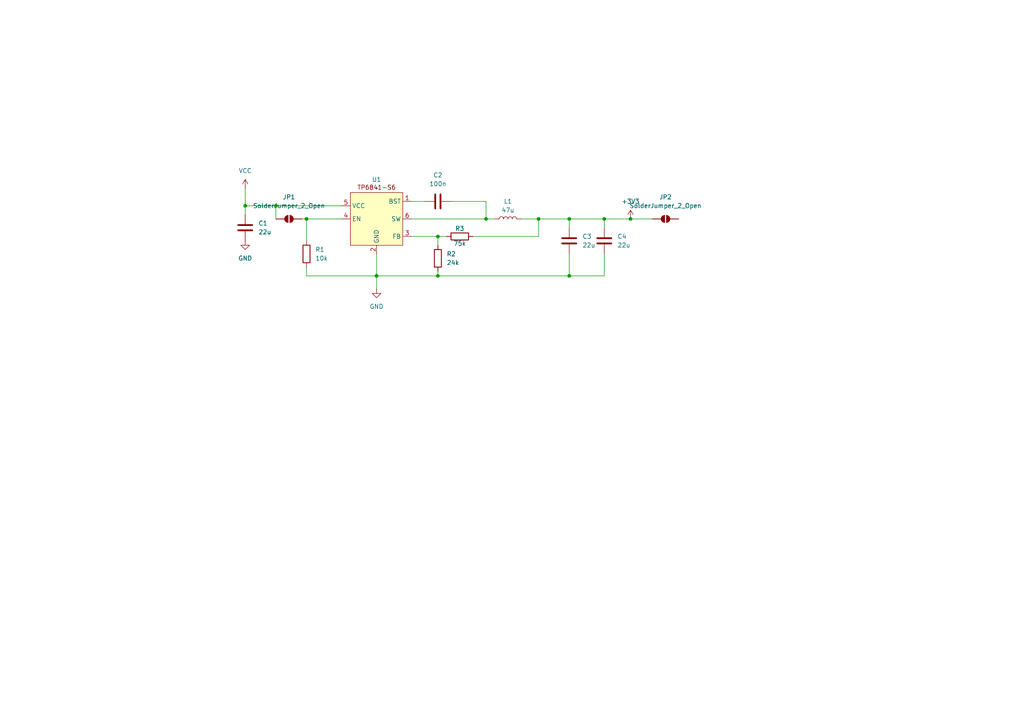
<source format=kicad_sch>
(kicad_sch (version 20250114) (generator "eeschema") (generator_version "9.0")
  (paper "A4")
  (lib_symbols
    (symbol "Device:C" (pin_numbers (hide yes)) (pin_names (offset 0.254))
      (property "Reference" "C" (at 0.635 2.54 0))
      (property "Value" "C" (at 0.635 -2.54 0))
      (symbol "C_0_1"
        (polyline (pts (xy -2.032 0.762) (xy 2.032 0.762)) (stroke (width 0.508)))
        (polyline (pts (xy -2.032 -0.762) (xy 2.032 -0.762)) (stroke (width 0.508)))
      )
      (symbol "C_1_1"
        (pin passive line (at 0 3.81 270) (length 2.794) (name "~") (number "1"))
        (pin passive line (at 0 -3.81 90) (length 2.794) (name "~") (number "2"))
      )
    )
    (symbol "Device:L" (pin_numbers (hide yes)) (pin_names (offset 1.016) (hide yes))
      (property "Reference" "L" (at -1.27 0 90))
      (property "Value" "L" (at 1.905 0 90))
      (symbol "L_0_1"
        (arc (start 0 2.54) (mid 0.6323 1.905) (end 0 1.27))
        (arc (start 0 1.27) (mid 0.6323 0.635) (end 0 0))
        (arc (start 0 0) (mid 0.6323 -0.635) (end 0 -1.27))
        (arc (start 0 -1.27) (mid 0.6323 -1.905) (end 0 -2.54))
      )
      (symbol "L_1_1"
        (pin passive line (at 0 3.81 270) (length 1.27) (name "1") (number "1"))
        (pin passive line (at 0 -3.81 90) (length 1.27) (name "2") (number "2"))
      )
    )
    (symbol "Device:R" (pin_numbers (hide yes)) (pin_names (offset 0))
      (property "Reference" "R" (at 2.032 0 90))
      (property "Value" "R" (at 0 0 90))
      (symbol "R_0_1"
        (rectangle (start -1.016 -2.54) (end 1.016 2.54) (stroke (width 0.254)))
      )
      (symbol "R_1_1"
        (pin passive line (at 0 3.81 270) (length 1.27) (name "~") (number "1"))
        (pin passive line (at 0 -3.81 90) (length 1.27) (name "~") (number "2"))
      )
    )
    (symbol "Jumper:SolderJumper_2_Open" (pin_numbers (hide yes)) (pin_names (offset 0) (hide yes)) (exclude_from_sim yes) (in_bom no)
      (property "Reference" "JP" (at 0 2.032 0))
      (property "Value" "SolderJumper_2_Open" (at 0 -2.54 0))
      (symbol "SolderJumper_2_Open_0_1"
        (polyline (pts (xy -0.254 1.016) (xy -0.254 -1.016)))
        (arc (start -0.254 -1.016) (mid -1.2656 0) (end -0.254 1.016))
        (arc (start -0.254 -1.016) (mid -1.2656 0) (end -0.254 1.016) (fill (type outline)))
        (arc (start 0.254 1.016) (mid 1.2656 0) (end 0.254 -1.016))
        (arc (start 0.254 1.016) (mid 1.2656 0) (end 0.254 -1.016) (fill (type outline)))
        (polyline (pts (xy 0.254 1.016) (xy 0.254 -1.016)))
      )
      (symbol "SolderJumper_2_Open_1_1"
        (pin passive line (at -3.81 0 0) (length 2.54) (name "A") (number "1"))
        (pin passive line (at 3.81 0 180) (length 2.54) (name "B") (number "2"))
      )
    )
    (symbol "TP6841S6:TP6841S6"
      (property "Reference" "U" (at -0.254 -0.254 0))
      (symbol "TP6841S6_0_1"
        (rectangle (start -7.62 7.62) (end 7.62 -7.62) (fill (type background)))
      )
      (symbol "TP6841S6_1_1"
        (text "TP6841-S6\n" (at 0 9.144 0) (effects (font (size 1.27 1.27))))
        (pin bidirectional line (at -10.16 3.81 0) (length 2.54) (name "VCC") (number "5"))
        (pin bidirectional line (at -10.16 0 0) (length 2.54) (name "EN") (number "4"))
        (pin bidirectional line (at 0 -10.16 90) (length 2.54) (name "GND") (number "2"))
        (pin bidirectional line (at 10.16 5.08 180) (length 2.54) (name "BST") (number "1"))
        (pin bidirectional line (at 10.16 0 180) (length 2.54) (name "SW") (number "6"))
        (pin bidirectional line (at 10.16 -5.08 180) (length 2.54) (name "FB") (number "3"))
      )
    )
    (symbol "power:+3V3" (power) (pin_numbers (hide yes)) (pin_names (offset 0) (hide yes))
      (property "Value" "+3V3" (at 0 3.556 0))
      (symbol "+3V3_0_1"
        (polyline (pts (xy -0.762 1.27) (xy 0 2.54)))
        (polyline (pts (xy 0 2.54) (xy 0.762 1.27)))
        (polyline (pts (xy 0 0) (xy 0 2.54)))
      )
      (symbol "+3V3_1_1"
        (pin power_in line (at 0 0 90) (length 0) (name "~") (number "1"))
      )
    )
    (symbol "power:GND" (power) (pin_numbers (hide yes)) (pin_names (offset 0) (hide yes))
      (property "Value" "GND" (at 0 -3.81 0))
      (symbol "GND_0_1"
        (polyline (pts (xy 0 0) (xy 0 -1.27) (xy 1.27 -1.27) (xy 0 -2.54) (xy -1.27 -1.27) (xy 0 -1.27)))
      )
      (symbol "GND_1_1"
        (pin power_in line (at 0 0 270) (length 0) (name "~") (number "1"))
      )
    )
    (symbol "power:VCC" (power) (pin_numbers (hide yes)) (pin_names (offset 0) (hide yes))
      (property "Value" "VCC" (at 0 3.556 0))
      (symbol "VCC_0_1"
        (polyline (pts (xy -0.762 1.27) (xy 0 2.54)))
        (polyline (pts (xy 0 2.54) (xy 0.762 1.27)))
        (polyline (pts (xy 0 0) (xy 0 2.54)))
      )
      (symbol "VCC_1_1"
        (pin power_in line (at 0 0 90) (length 0) (name "~") (number "1"))
      )
    )
  )
  (junction (at 156.21 63.5))
  (junction (at 127 80.01))
  (junction (at 88.9 63.5))
  (junction (at 80.01 59.69))
  (junction (at 182.88 63.5))
  (junction (at 127 68.58))
  (junction (at 71.12 59.69))
  (junction (at 109.22 80.01))
  (junction (at 165.1 63.5))
  (junction (at 140.97 63.5))
  (junction (at 175.26 63.5))
  (junction (at 165.1 80.01))
  (wire (pts (xy 88.9 63.5) (xy 88.9 69.85)))
  (wire (pts (xy 137.16 68.58) (xy 156.21 68.58)))
  (wire (pts (xy 165.1 80.01) (xy 175.26 80.01)))
  (wire (pts (xy 109.22 80.01) (xy 109.22 83.82)))
  (wire (pts (xy 80.01 59.69) (xy 99.06 59.69)))
  (wire (pts (xy 182.88 63.5) (xy 189.23 63.5)))
  (wire (pts (xy 87.63 63.5) (xy 88.9 63.5)))
  (wire (pts (xy 130.81 58.42) (xy 140.97 58.42)))
  (wire (pts (xy 127 68.58) (xy 129.54 68.58)))
  (wire (pts (xy 119.38 58.42) (xy 123.19 58.42)))
  (wire (pts (xy 88.9 63.5) (xy 99.06 63.5)))
  (wire (pts (xy 151.13 63.5) (xy 156.21 63.5)))
  (wire (pts (xy 80.01 63.5) (xy 80.01 59.69)))
  (wire (pts (xy 156.21 68.58) (xy 156.21 63.5)))
  (wire (pts (xy 165.1 63.5) (xy 165.1 66.04)))
  (wire (pts (xy 127 68.58) (xy 127 71.12)))
  (wire (pts (xy 156.21 63.5) (xy 165.1 63.5)))
  (wire (pts (xy 127 80.01) (xy 165.1 80.01)))
  (wire (pts (xy 71.12 54.61) (xy 71.12 59.69)))
  (wire (pts (xy 140.97 58.42) (xy 140.97 63.5)))
  (wire (pts (xy 88.9 80.01) (xy 109.22 80.01)))
  (wire (pts (xy 127 78.74) (xy 127 80.01)))
  (wire (pts (xy 109.22 80.01) (xy 127 80.01)))
  (wire (pts (xy 88.9 77.47) (xy 88.9 80.01)))
  (wire (pts (xy 175.26 73.66) (xy 175.26 80.01)))
  (wire (pts (xy 175.26 63.5) (xy 175.26 66.04)))
  (wire (pts (xy 119.38 63.5) (xy 140.97 63.5)))
  (wire (pts (xy 119.38 68.58) (xy 127 68.58)))
  (wire (pts (xy 140.97 63.5) (xy 143.51 63.5)))
  (wire (pts (xy 71.12 59.69) (xy 71.12 62.23)))
  (wire (pts (xy 109.22 73.66) (xy 109.22 80.01)))
  (wire (pts (xy 165.1 73.66) (xy 165.1 80.01)))
  (wire (pts (xy 165.1 63.5) (xy 175.26 63.5)))
  (wire (pts (xy 71.12 59.69) (xy 80.01 59.69)))
  (wire (pts (xy 175.26 63.5) (xy 182.88 63.5)))
  (symbol (lib_id "TP6841S6:TP6841S6") (at 109.22 63.5 0) (unit 1)
    (property "Reference" "U1" (at 109.22 52.07 0))
    (property "Value" "~" (at 109.22 54.61 0))
    (property "Footprint" "Package_TO_SOT_SMD:SOT-23-6" (effects (hide yes)))
  )
  (symbol (lib_id "power:GND") (at 71.12 69.85 0) (unit 1)
    (property "Reference" "#PWR03" (effects (hide yes)))
    (property "Value" "GND" (at 71.12 74.93 0))
    (property "Description" "Power symbol creates a global label with name \"GND\" , ground" (effects (hide yes)))
  )
  (symbol (lib_id "Device:C") (at 71.12 66.04 0) (unit 1)
    (property "Reference" "C1" (at 74.93 64.7699 0) (effects (justify left)))
    (property "Value" "22u" (at 74.93 67.3099 0) (effects (justify left)))
    (property "Footprint" "Capacitor_SMD:C_1210_3225Metric" (effects (hide yes)))
    (property "Description" "Unpolarized capacitor" (effects (hide yes)))
  )
  (symbol (lib_id "Device:R") (at 133.35 68.58 90) (unit 1)
    (property "Reference" "R3" (at 133.35 66.294 90))
    (property "Value" "75k" (at 133.35 70.612 90))
    (property "Footprint" "Capacitor_SMD:C_0603_1608Metric" (effects (hide yes)))
    (property "Description" "Resistor" (effects (hide yes)))
  )
  (symbol (lib_id "Device:R") (at 88.9 73.66 0) (unit 1)
    (property "Reference" "R1" (at 91.44 72.3899 0) (effects (justify left)))
    (property "Value" "10k" (at 91.44 74.9299 0) (effects (justify left)))
    (property "Footprint" "Capacitor_SMD:C_0603_1608Metric" (effects (hide yes)))
    (property "Description" "Resistor" (effects (hide yes)))
  )
  (symbol (lib_id "Device:L") (at 147.32 63.5 90) (unit 1)
    (property "Reference" "L1" (at 147.32 58.42 90))
    (property "Value" "47u" (at 147.32 60.96 90))
    (property "Footprint" "Inductor_SMD:L_Neosid_SM-PIC0512H" (effects (hide yes)))
    (property "Description" "Inductor" (effects (hide yes)))
  )
  (symbol (lib_id "Jumper:SolderJumper_2_Open") (at 83.82 63.5 0) (unit 1) (exclude_from_sim yes) (in_bom no)
    (property "Reference" "JP1" (at 83.82 57.15 0))
    (property "Value" "SolderJumper_2_Open" (at 83.82 59.69 0))
    (property "Footprint" "Jumper:SolderJumper-2_P1.3mm_Open_TrianglePad1.0x1.5mm" (effects (hide yes)))
    (property "Description" "Solder Jumper, 2-pole, open" (effects (hide yes)))
  )
  (symbol (lib_id "Device:R") (at 127 74.93 0) (unit 1)
    (property "Reference" "R2" (at 129.54 73.6599 0) (effects (justify left)))
    (property "Value" "24k" (at 129.54 76.1999 0) (effects (justify left)))
    (property "Footprint" "Capacitor_SMD:C_0603_1608Metric" (effects (hide yes)))
    (property "Description" "Resistor" (effects (hide yes)))
  )
  (symbol (lib_id "power:+3V3") (at 182.88 63.5 0) (unit 1)
    (property "Reference" "#PWR04" (effects (hide yes)))
    (property "Value" "+3V3" (at 182.88 58.42 0))
    (property "Description" "Power symbol creates a global label with name \"+3V3\"" (effects (hide yes)))
  )
  (symbol (lib_id "power:VCC") (at 71.12 54.61 0) (unit 1)
    (property "Reference" "#PWR01" (effects (hide yes)))
    (property "Value" "VCC" (at 71.12 49.53 0))
    (property "Description" "Power symbol creates a global label with name \"VCC\"" (effects (hide yes)))
  )
  (symbol (lib_id "Device:C") (at 165.1 69.85 0) (unit 1)
    (property "Reference" "C3" (at 168.91 68.5799 0) (effects (justify left)))
    (property "Value" "22u" (at 168.91 71.1199 0) (effects (justify left)))
    (property "Footprint" "Capacitor_SMD:C_1210_3225Metric" (effects (hide yes)))
    (property "Description" "Unpolarized capacitor" (effects (hide yes)))
  )
  (symbol (lib_id "power:GND") (at 109.22 83.82 0) (unit 1)
    (property "Reference" "#PWR02" (effects (hide yes)))
    (property "Value" "GND" (at 109.22 88.9 0))
    (property "Description" "Power symbol creates a global label with name \"GND\" , ground" (effects (hide yes)))
  )
  (symbol (lib_id "Device:C") (at 127 58.42 270) (unit 1)
    (property "Reference" "C2" (at 127 50.8 90))
    (property "Value" "100n" (at 127 53.34 90))
    (property "Footprint" "Capacitor_SMD:C_0603_1608Metric" (effects (hide yes)))
    (property "Description" "Unpolarized capacitor" (effects (hide yes)))
  )
  (symbol (lib_id "Device:C") (at 175.26 69.85 0) (unit 1)
    (property "Reference" "C4" (at 179.07 68.5799 0) (effects (justify left)))
    (property "Value" "22u" (at 179.07 71.1199 0) (effects (justify left)))
    (property "Footprint" "Capacitor_SMD:C_1210_3225Metric" (effects (hide yes)))
    (property "Description" "Unpolarized capacitor" (effects (hide yes)))
  )
  (symbol (lib_id "Jumper:SolderJumper_2_Open") (at 193.04 63.5 0) (unit 1) (exclude_from_sim yes) (in_bom no)
    (property "Reference" "JP2" (at 193.04 57.15 0))
    (property "Value" "SolderJumper_2_Open" (at 193.04 59.69 0))
    (property "Footprint" "Jumper:SolderJumper-2_P1.3mm_Open_TrianglePad1.0x1.5mm" (effects (hide yes)))
    (property "Description" "Solder Jumper, 2-pole, open" (effects (hide yes)))
  )
)
</source>
